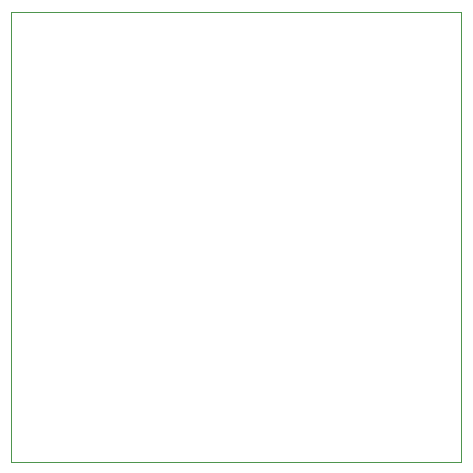
<source format=gbr>
G04 Layer_Color=0*
%FSLAX26Y26*%
%MOIN*%
%TF.FileFunction,Profile,NP*%
%TF.Part,Single*%
G01*
G75*
%TA.AperFunction,Profile*%
%ADD40C,0.001000*%
D40*
X0Y0D02*
Y1500000D01*
X1500000D01*
Y0D01*
X0D01*
%TF.MD5,26ea1e3b9399a71b62ea6c70f0e74967*%
M02*

</source>
